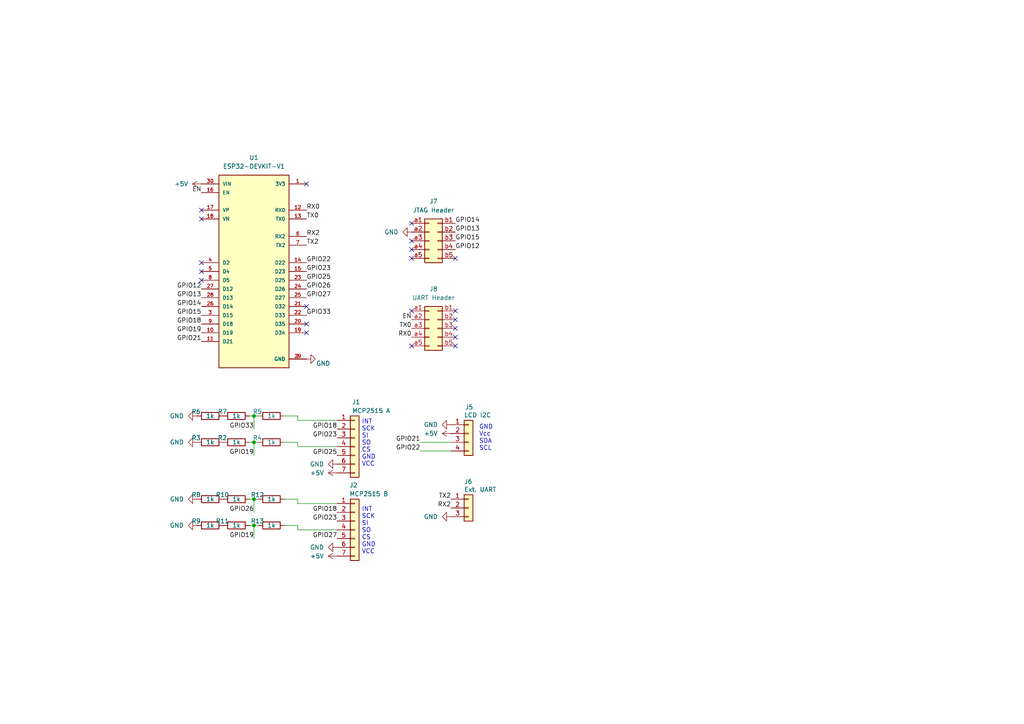
<source format=kicad_sch>
(kicad_sch (version 20231120) (generator "eeschema") (generator_version "8.0")
  (paper "A4")
  (lib_symbols
    (symbol "Connector_Generic:Conn_01x03" (pin_names (offset 1.016) hide)
      (property "Reference" "J" (at 0 5.08 0))
      (property "Value" "Conn_01x03" (at 0 -5.08 0))
      (symbol "Conn_01x03_1_1"
        (rectangle (start -1.27 -2.413) (end 0 -2.667) (stroke (width 0.1524)))
        (rectangle (start -1.27 0.127) (end 0 -0.127) (stroke (width 0.1524)))
        (rectangle (start -1.27 2.667) (end 0 2.413) (stroke (width 0.1524)))
        (rectangle (start -1.27 3.81) (end 1.27 -3.81) (stroke (width 0.254)) (fill (type background)))
        (pin passive line (at -5.08 2.54 0) (length 3.81) (name "Pin_1") (number "1"))
        (pin passive line (at -5.08 0 0) (length 3.81) (name "Pin_2") (number "2"))
        (pin passive line (at -5.08 -2.54 0) (length 3.81) (name "Pin_3") (number "3"))
      )
    )
    (symbol "Connector_Generic:Conn_01x04" (pin_names (offset 1.016) hide)
      (property "Reference" "J" (at 0 5.08 0))
      (property "Value" "Conn_01x04" (at 0 -7.62 0))
      (symbol "Conn_01x04_1_1"
        (rectangle (start -1.27 -4.953) (end 0 -5.207) (stroke (width 0.1524)))
        (rectangle (start -1.27 -2.413) (end 0 -2.667) (stroke (width 0.1524)))
        (rectangle (start -1.27 0.127) (end 0 -0.127) (stroke (width 0.1524)))
        (rectangle (start -1.27 2.667) (end 0 2.413) (stroke (width 0.1524)))
        (rectangle (start -1.27 3.81) (end 1.27 -6.35) (stroke (width 0.254)) (fill (type background)))
        (pin passive line (at -5.08 2.54 0) (length 3.81) (name "Pin_1") (number "1"))
        (pin passive line (at -5.08 0 0) (length 3.81) (name "Pin_2") (number "2"))
        (pin passive line (at -5.08 -2.54 0) (length 3.81) (name "Pin_3") (number "3"))
        (pin passive line (at -5.08 -5.08 0) (length 3.81) (name "Pin_4") (number "4"))
      )
    )
    (symbol "Connector_Generic:Conn_01x07" (pin_names (offset 1.016) hide)
      (property "Reference" "J" (at 0 10.16 0))
      (property "Value" "Conn_01x07" (at 0 -10.16 0))
      (symbol "Conn_01x07_1_1"
        (rectangle (start -1.27 -7.493) (end 0 -7.747) (stroke (width 0.1524)))
        (rectangle (start -1.27 -4.953) (end 0 -5.207) (stroke (width 0.1524)))
        (rectangle (start -1.27 -2.413) (end 0 -2.667) (stroke (width 0.1524)))
        (rectangle (start -1.27 0.127) (end 0 -0.127) (stroke (width 0.1524)))
        (rectangle (start -1.27 2.667) (end 0 2.413) (stroke (width 0.1524)))
        (rectangle (start -1.27 5.207) (end 0 4.953) (stroke (width 0.1524)))
        (rectangle (start -1.27 7.747) (end 0 7.493) (stroke (width 0.1524)))
        (rectangle (start -1.27 8.89) (end 1.27 -8.89) (stroke (width 0.254)) (fill (type background)))
        (pin passive line (at -5.08 7.62 0) (length 3.81) (name "Pin_1") (number "1"))
        (pin passive line (at -5.08 5.08 0) (length 3.81) (name "Pin_2") (number "2"))
        (pin passive line (at -5.08 2.54 0) (length 3.81) (name "Pin_3") (number "3"))
        (pin passive line (at -5.08 0 0) (length 3.81) (name "Pin_4") (number "4"))
        (pin passive line (at -5.08 -2.54 0) (length 3.81) (name "Pin_5") (number "5"))
        (pin passive line (at -5.08 -5.08 0) (length 3.81) (name "Pin_6") (number "6"))
        (pin passive line (at -5.08 -7.62 0) (length 3.81) (name "Pin_7") (number "7"))
      )
    )
    (symbol "Connector_Generic:Conn_02x05_Row_Letter_First" (pin_names (offset 1.016) hide)
      (property "Reference" "J" (at 1.27 7.62 0))
      (property "Value" "Conn_02x05_Row_Letter_First" (at 1.27 -7.62 0))
      (symbol "Conn_02x05_Row_Letter_First_1_1"
        (rectangle (start -1.27 -4.953) (end 0 -5.207) (stroke (width 0.1524)))
        (rectangle (start -1.27 -2.413) (end 0 -2.667) (stroke (width 0.1524)))
        (rectangle (start -1.27 0.127) (end 0 -0.127) (stroke (width 0.1524)))
        (rectangle (start -1.27 2.667) (end 0 2.413) (stroke (width 0.1524)))
        (rectangle (start -1.27 5.207) (end 0 4.953) (stroke (width 0.1524)))
        (rectangle (start -1.27 6.35) (end 3.81 -6.35) (stroke (width 0.254)) (fill (type background)))
        (rectangle (start 3.81 -4.953) (end 2.54 -5.207) (stroke (width 0.1524)))
        (rectangle (start 3.81 -2.413) (end 2.54 -2.667) (stroke (width 0.1524)))
        (rectangle (start 3.81 0.127) (end 2.54 -0.127) (stroke (width 0.1524)))
        (rectangle (start 3.81 2.667) (end 2.54 2.413) (stroke (width 0.1524)))
        (rectangle (start 3.81 5.207) (end 2.54 4.953) (stroke (width 0.1524)))
        (pin passive line (at -5.08 5.08 0) (length 3.81) (name "Pin_a1") (number "a1"))
        (pin passive line (at -5.08 2.54 0) (length 3.81) (name "Pin_a2") (number "a2"))
        (pin passive line (at -5.08 0 0) (length 3.81) (name "Pin_a3") (number "a3"))
        (pin passive line (at -5.08 -2.54 0) (length 3.81) (name "Pin_a4") (number "a4"))
        (pin passive line (at -5.08 -5.08 0) (length 3.81) (name "Pin_a5") (number "a5"))
        (pin passive line (at 7.62 5.08 180) (length 3.81) (name "Pin_b1") (number "b1"))
        (pin passive line (at 7.62 2.54 180) (length 3.81) (name "Pin_b2") (number "b2"))
        (pin passive line (at 7.62 0 180) (length 3.81) (name "Pin_b3") (number "b3"))
        (pin passive line (at 7.62 -2.54 180) (length 3.81) (name "Pin_b4") (number "b4"))
        (pin passive line (at 7.62 -5.08 180) (length 3.81) (name "Pin_b5") (number "b5"))
      )
    )
    (symbol "Device:R" (pin_numbers hide) (pin_names (offset 0))
      (property "Reference" "R" (at 2.032 0 90))
      (property "Value" "R" (at 0 0 90))
      (symbol "R_0_1"
        (rectangle (start -1.016 -2.54) (end 1.016 2.54) (stroke (width 0.254)))
      )
      (symbol "R_1_1"
        (pin passive line (at 0 3.81 270) (length 1.27) (name "~") (number "1"))
        (pin passive line (at 0 -3.81 90) (length 1.27) (name "~") (number "2"))
      )
    )
    (symbol "ESP32-DEVKIT-V1:ESP32-DEVKIT-V1" (pin_names (offset 1.016))
      (property "Reference" "U" (at -10.16 30.48 0))
      (property "Value" "ESP32-DEVKIT-V1" (at -10.16 -30.48 0))
      (symbol "ESP32-DEVKIT-V1_0_0"
        (rectangle (start -10.16 -27.94) (end 10.16 27.94) (stroke (width 0.254)) (fill (type background)))
        (pin output line (at 15.24 25.4 180) (length 5.08) (name "3V3") (number "1"))
        (pin bidirectional line (at -15.24 -17.78 0) (length 5.08) (name "D19") (number "10"))
        (pin bidirectional line (at -15.24 -20.32 0) (length 5.08) (name "D21") (number "11"))
        (pin input line (at 15.24 17.78 180) (length 5.08) (name "RX0") (number "12"))
        (pin output line (at 15.24 15.24 180) (length 5.08) (name "TX0") (number "13"))
        (pin bidirectional line (at 15.24 2.54 180) (length 5.08) (name "D22") (number "14"))
        (pin bidirectional line (at 15.24 0 180) (length 5.08) (name "D23") (number "15"))
        (pin input line (at -15.24 22.86 0) (length 5.08) (name "EN") (number "16"))
        (pin bidirectional line (at -15.24 17.78 0) (length 5.08) (name "VP") (number "17"))
        (pin bidirectional line (at -15.24 15.24 0) (length 5.08) (name "VN") (number "18"))
        (pin bidirectional line (at 15.24 -17.78 180) (length 5.08) (name "D34") (number "19"))
        (pin power_in line (at 15.24 -25.4 180) (length 5.08) (name "GND") (number "2"))
        (pin bidirectional line (at 15.24 -15.24 180) (length 5.08) (name "D35") (number "20"))
        (pin bidirectional line (at 15.24 -10.16 180) (length 5.08) (name "D32") (number "21"))
        (pin bidirectional line (at 15.24 -12.7 180) (length 5.08) (name "D33") (number "22"))
        (pin bidirectional line (at 15.24 -2.54 180) (length 5.08) (name "D25") (number "23"))
        (pin bidirectional line (at 15.24 -5.08 180) (length 5.08) (name "D26") (number "24"))
        (pin bidirectional line (at 15.24 -7.62 180) (length 5.08) (name "D27") (number "25"))
        (pin bidirectional line (at -15.24 -10.16 0) (length 5.08) (name "D14") (number "26"))
        (pin bidirectional line (at -15.24 -5.08 0) (length 5.08) (name "D12") (number "27"))
        (pin bidirectional line (at -15.24 -7.62 0) (length 5.08) (name "D13") (number "28"))
        (pin power_in line (at 15.24 -25.4 180) (length 5.08) (name "GND") (number "29"))
        (pin bidirectional line (at -15.24 -12.7 0) (length 5.08) (name "D15") (number "3"))
        (pin input line (at -15.24 25.4 0) (length 5.08) (name "VIN") (number "30"))
        (pin bidirectional line (at -15.24 2.54 0) (length 5.08) (name "D2") (number "4"))
        (pin bidirectional line (at -15.24 0 0) (length 5.08) (name "D4") (number "5"))
        (pin input line (at 15.24 10.16 180) (length 5.08) (name "RX2") (number "6"))
        (pin output line (at 15.24 7.62 180) (length 5.08) (name "TX2") (number "7"))
        (pin bidirectional line (at -15.24 -2.54 0) (length 5.08) (name "D5") (number "8"))
        (pin bidirectional line (at -15.24 -15.24 0) (length 5.08) (name "D18") (number "9"))
      )
    )
    (symbol "power:+5V" (power) (pin_numbers hide) (pin_names (offset 0) hide)
      (property "Value" "+5V" (at 0 3.556 0))
      (symbol "+5V_0_1"
        (polyline (pts (xy -0.762 1.27) (xy 0 2.54)))
        (polyline (pts (xy 0 0) (xy 0 2.54)))
        (polyline (pts (xy 0 2.54) (xy 0.762 1.27)))
      )
      (symbol "+5V_1_1"
        (pin power_in line (at 0 0 90) (length 0) (name "~") (number "1"))
      )
    )
    (symbol "power:GND" (power) (pin_numbers hide) (pin_names (offset 0) hide)
      (property "Value" "GND" (at 0 -3.81 0))
      (symbol "GND_0_1"
        (polyline (pts (xy 0 0) (xy 0 -1.27) (xy 1.27 -1.27) (xy 0 -2.54) (xy -1.27 -1.27) (xy 0 -1.27)))
      )
      (symbol "GND_1_1"
        (pin power_in line (at 0 0 270) (length 0) (name "~") (number "1"))
      )
    )
  )
  (junction (at 73.66 120.65))
  (junction (at 73.66 152.4))
  (junction (at 73.66 128.27))
  (junction (at 73.66 144.78))
  (no_connect (at 58.42 60.96))
  (no_connect (at 132.08 97.79))
  (no_connect (at 88.9 88.9))
  (no_connect (at 58.42 63.5))
  (no_connect (at 132.08 100.33))
  (no_connect (at 119.38 69.85))
  (no_connect (at 132.08 74.93))
  (no_connect (at 58.42 81.28))
  (no_connect (at 132.08 90.17))
  (no_connect (at 119.38 64.77))
  (no_connect (at 119.38 72.39))
  (no_connect (at 58.42 76.2))
  (no_connect (at 88.9 53.34))
  (no_connect (at 88.9 93.98))
  (no_connect (at 88.9 96.52))
  (no_connect (at 119.38 74.93))
  (no_connect (at 119.38 90.17))
  (no_connect (at 132.08 92.71))
  (no_connect (at 132.08 95.25))
  (no_connect (at 58.42 78.74))
  (no_connect (at 119.38 100.33))
  (wire (pts (xy 97.79 146.05) (xy 86.36 146.05)))
  (wire (pts (xy 86.36 129.54) (xy 97.79 129.54)))
  (wire (pts (xy 72.39 144.78) (xy 73.66 144.78)))
  (wire (pts (xy 72.39 120.65) (xy 73.66 120.65)))
  (wire (pts (xy 73.66 152.4) (xy 73.66 156.21)))
  (wire (pts (xy 72.39 128.27) (xy 73.66 128.27)))
  (wire (pts (xy 82.55 128.27) (xy 86.36 128.27)))
  (wire (pts (xy 82.55 144.78) (xy 86.36 144.78)))
  (wire (pts (xy 86.36 146.05) (xy 86.36 144.78)))
  (wire (pts (xy 86.36 129.54) (xy 86.36 128.27)))
  (wire (pts (xy 82.55 120.65) (xy 86.36 120.65)))
  (wire (pts (xy 121.92 128.27) (xy 130.81 128.27)))
  (wire (pts (xy 73.66 152.4) (xy 74.93 152.4)))
  (wire (pts (xy 73.66 124.46) (xy 73.66 120.65)))
  (wire (pts (xy 73.66 120.65) (xy 74.93 120.65)))
  (wire (pts (xy 86.36 152.4) (xy 86.36 153.67)))
  (wire (pts (xy 73.66 144.78) (xy 73.66 148.59)))
  (wire (pts (xy 86.36 153.67) (xy 97.79 153.67)))
  (wire (pts (xy 72.39 152.4) (xy 73.66 152.4)))
  (wire (pts (xy 82.55 152.4) (xy 86.36 152.4)))
  (wire (pts (xy 73.66 128.27) (xy 73.66 132.08)))
  (wire (pts (xy 73.66 128.27) (xy 74.93 128.27)))
  (wire (pts (xy 121.92 130.81) (xy 130.81 130.81)))
  (wire (pts (xy 73.66 144.78) (xy 74.93 144.78)))
  (wire (pts (xy 86.36 121.92) (xy 97.79 121.92)))
  (wire (pts (xy 86.36 121.92) (xy 86.36 120.65)))
  (text "INT\nSCK\nSI\nSO\nCS\nGND\nVCC" (at 104.902 128.524 0) (effects (font (size 1.27 1.27)) (justify left)))
  (text "INT\nSCK\nSI\nSO\nCS\nGND\nVCC" (at 104.902 153.924 0) (effects (font (size 1.27 1.27)) (justify left)))
  (text "GND\nVcc\nSDA\nSCL" (at 138.938 127 0) (effects (font (size 1.27 1.27)) (justify left)))
  (label "GPIO33" (at 73.66 124.46 180))
  (label "GPIO25" (at 97.79 132.08 180))
  (label "TX0" (at 119.38 95.25 180))
  (label "TX2" (at 130.81 144.78 180))
  (label "GPIO14" (at 58.42 88.9 180))
  (label "EN" (at 119.38 92.71 180))
  (label "GPIO19" (at 73.66 156.21 180))
  (label "GPIO33" (at 88.9 91.44 0))
  (label "RX0" (at 88.9 60.96 0))
  (label "GPIO15" (at 132.08 69.85 0))
  (label "RX2" (at 88.9 68.58 0))
  (label "GPIO27" (at 97.79 156.21 180))
  (label "GPIO19" (at 73.66 132.08 180))
  (label "RX0" (at 119.38 97.79 180))
  (label "GPIO26" (at 73.66 148.59 180))
  (label "GPIO19" (at 58.42 96.52 180))
  (label "GPIO13" (at 132.08 67.31 0))
  (label "GPIO18" (at 58.42 93.98 180))
  (label "GPIO23" (at 88.9 78.74 0))
  (label "GPIO12" (at 132.08 72.39 0))
  (label "RX2" (at 130.81 147.32 180))
  (label "GPIO23" (at 97.79 127 180))
  (label "GPIO27" (at 88.9 86.36 0))
  (label "GPIO18" (at 97.79 124.46 180))
  (label "EN" (at 58.42 55.88 180))
  (label "GPIO22" (at 121.92 130.81 180))
  (label "GPIO21" (at 58.42 99.06 180))
  (label "GPIO13" (at 58.42 86.36 180))
  (label "GPIO12" (at 58.42 83.82 180))
  (label "GPIO21" (at 121.92 128.27 180))
  (label "TX0" (at 88.9 63.5 0))
  (label "GPIO18" (at 97.79 148.59 180))
  (label "GPIO15" (at 58.42 91.44 180))
  (label "GPIO26" (at 88.9 83.82 0))
  (label "GPIO23" (at 97.79 151.13 180))
  (label "GPIO14" (at 132.08 64.77 0))
  (label "GPIO25" (at 88.9 81.28 0))
  (label "GPIO22" (at 88.9 76.2 0))
  (label "TX2" (at 88.9 71.12 0))
  (symbol (lib_id "Connector_Generic:Conn_02x05_Row_Letter_First") (at 124.46 95.25 0) (unit 1)
    (property "Reference" "J8" (at 125.73 83.82 0))
    (property "Value" "UART Header" (at 125.73 86.36 0))
    (property "Description" "Generic connector, double row, 02x05, row letter first pin numbering scheme (pin number consists of a letter for the row and a number for the pin index in this row. a1, ..., aN; b1, ..., bN), script generated (kicad-library-utils/schlib/autogen/connector/)" (effects (hide yes)))
  )
  (symbol (lib_id "Device:R") (at 68.58 120.65 90) (unit 1)
    (property "Reference" "R7" (at 64.516 119.38 90))
    (property "Value" "1k" (at 68.58 120.65 90))
    (property "Description" "Resistor" (effects (hide yes)))
  )
  (symbol (lib_id "power:GND") (at 130.81 149.86 270) (unit 1)
    (property "Reference" "#PWR019" (effects (hide yes)))
    (property "Value" "GND" (at 127 149.8599 90) (effects (justify right)))
    (property "Description" "Power symbol creates a global label with name \"GND\" , ground" (effects (hide yes)))
  )
  (symbol (lib_id "Device:R") (at 78.74 144.78 90) (unit 1)
    (property "Reference" "R12" (at 74.676 143.51 90))
    (property "Value" "1k" (at 78.74 144.78 90))
    (property "Description" "Resistor" (effects (hide yes)))
  )
  (symbol (lib_id "power:+5V") (at 97.79 137.16 90) (unit 1)
    (property "Reference" "#PWR05" (effects (hide yes)))
    (property "Value" "+5V" (at 93.98 137.1599 90) (effects (justify left)))
    (property "Description" "Power symbol creates a global label with name \"+5V\"" (effects (hide yes)))
  )
  (symbol (lib_id "Connector_Generic:Conn_01x04") (at 135.89 125.73 0) (unit 1)
    (property "Reference" "J5" (at 134.874 118.11 0) (effects (justify left)))
    (property "Value" "LCD I2C" (at 134.62 120.396 0) (effects (justify left)))
    (property "Description" "Generic connector, single row, 01x04, script generated (kicad-library-utils/schlib/autogen/connector/)" (effects (hide yes)))
  )
  (symbol (lib_id "Device:R") (at 60.96 128.27 90) (unit 1)
    (property "Reference" "R3" (at 56.896 127 90))
    (property "Value" "1k" (at 60.96 128.27 90))
    (property "Description" "Resistor" (effects (hide yes)))
  )
  (symbol (lib_id "Device:R") (at 68.58 152.4 90) (unit 1)
    (property "Reference" "R11" (at 64.516 151.13 90))
    (property "Value" "1k" (at 68.58 152.4 90))
    (property "Description" "Resistor" (effects (hide yes)))
  )
  (symbol (lib_id "power:GND") (at 57.15 120.65 270) (unit 1)
    (property "Reference" "#PWR012" (effects (hide yes)))
    (property "Value" "GND" (at 53.34 120.6499 90) (effects (justify right)))
    (property "Description" "Power symbol creates a global label with name \"GND\" , ground" (effects (hide yes)))
  )
  (symbol (lib_id "Device:R") (at 60.96 120.65 90) (unit 1)
    (property "Reference" "R6" (at 56.896 119.38 90))
    (property "Value" "1k" (at 60.96 120.65 90))
    (property "Description" "Resistor" (effects (hide yes)))
  )
  (symbol (lib_id "power:GND") (at 88.9 104.14 90) (unit 1)
    (property "Reference" "#PWR01" (effects (hide yes)))
    (property "Value" "GND" (at 91.694 105.41 90) (effects (justify right)))
    (property "Description" "Power symbol creates a global label with name \"GND\" , ground" (effects (hide yes)))
  )
  (symbol (lib_id "power:GND") (at 97.79 158.75 270) (unit 1)
    (property "Reference" "#PWR02" (effects (hide yes)))
    (property "Value" "GND" (at 93.98 158.7499 90) (effects (justify right)))
    (property "Description" "Power symbol creates a global label with name \"GND\" , ground" (effects (hide yes)))
  )
  (symbol (lib_id "power:GND") (at 97.79 134.62 270) (unit 1)
    (property "Reference" "#PWR03" (effects (hide yes)))
    (property "Value" "GND" (at 93.98 134.6199 90) (effects (justify right)))
    (property "Description" "Power symbol creates a global label with name \"GND\" , ground" (effects (hide yes)))
  )
  (symbol (lib_id "ESP32-DEVKIT-V1:ESP32-DEVKIT-V1") (at 73.66 78.74 0) (unit 1)
    (property "Reference" "U1" (at 73.66 45.72 0))
    (property "Value" "ESP32-DEVKIT-V1" (at 73.66 48.26 0))
    (property "Footprint" "ESP32-DEVKIT-V1:MODULE_ESP32_DEVKIT_V1" (effects (hide yes)))
    (property "MF" "Do it" (effects (hide yes)))
    (property "MAXIMUM_PACKAGE_HEIGHT" "6.8 mm" (effects (hide yes)))
    (property "Package" "None" (effects (hide yes)))
    (property "Price" "None" (effects (hide yes)))
    (property "Check_prices" "https://www.snapeda.com/parts/ESP32-DEVKIT-V1/Do+it/view-part/?ref=eda" (effects (hide yes)))
    (property "STANDARD" "Manufacturer Recommendations" (effects (hide yes)))
    (property "PARTREV" "N/A" (effects (hide yes)))
    (property "SnapEDA_Link" "https://www.snapeda.com/parts/ESP32-DEVKIT-V1/Do+it/view-part/?ref=snap" (effects (hide yes)))
    (property "MP" "ESP32-DEVKIT-V1" (effects (hide yes)))
    (property "Description_1" "\n                        \n                            Dual core, Wi-Fi: 2.4 GHz up to 150 Mbits/s,BLE (Bluetooth Low Energy) and legacy Bluetooth, 32 bits, Up to 240 MHz\n                        \n" (effects (hide yes)))
    (property "Availability" "Not in stock" (effects (hide yes)))
    (property "MANUFACTURER" "DOIT" (effects (hide yes)))
  )
  (symbol (lib_id "Connector_Generic:Conn_02x05_Row_Letter_First") (at 124.46 69.85 0) (unit 1)
    (property "Reference" "J7" (at 125.73 58.42 0))
    (property "Value" "JTAG Header" (at 125.73 60.96 0))
    (property "Description" "Generic connector, double row, 02x05, row letter first pin numbering scheme (pin number consists of a letter for the row and a number for the pin index in this row. a1, ..., aN; b1, ..., bN), script generated (kicad-library-utils/schlib/autogen/connector/)" (effects (hide yes)))
  )
  (symbol (lib_id "power:GND") (at 130.81 123.19 270) (unit 1)
    (property "Reference" "#PWR018" (effects (hide yes)))
    (property "Value" "GND" (at 127 123.1899 90) (effects (justify right)))
    (property "Description" "Power symbol creates a global label with name \"GND\" , ground" (effects (hide yes)))
  )
  (symbol (lib_id "power:+5V") (at 97.79 161.29 90) (unit 1)
    (property "Reference" "#PWR04" (effects (hide yes)))
    (property "Value" "+5V" (at 93.98 161.2899 90) (effects (justify left)))
    (property "Description" "Power symbol creates a global label with name \"+5V\"" (effects (hide yes)))
  )
  (symbol (lib_id "Connector_Generic:Conn_01x07") (at 102.87 153.67 0) (unit 1)
    (property "Reference" "J2" (at 101.346 140.716 0) (effects (justify left)))
    (property "Value" "MCP2515 B" (at 101.346 143.256 0) (effects (justify left)))
    (property "Description" "Generic connector, single row, 01x07, script generated (kicad-library-utils/schlib/autogen/connector/)" (effects (hide yes)))
  )
  (symbol (lib_id "Device:R") (at 78.74 152.4 90) (unit 1)
    (property "Reference" "R13" (at 74.676 151.13 90))
    (property "Value" "1k" (at 78.74 152.4 90))
    (property "Description" "Resistor" (effects (hide yes)))
  )
  (symbol (lib_id "Device:R") (at 60.96 144.78 90) (unit 1)
    (property "Reference" "R8" (at 56.896 143.51 90))
    (property "Value" "1k" (at 60.96 144.78 90))
    (property "Description" "Resistor" (effects (hide yes)))
  )
  (symbol (lib_id "power:GND") (at 119.38 67.31 270) (unit 1)
    (property "Reference" "#PWR016" (effects (hide yes)))
    (property "Value" "GND" (at 115.57 67.3099 90) (effects (justify right)))
    (property "Description" "Power symbol creates a global label with name \"GND\" , ground" (effects (hide yes)))
  )
  (symbol (lib_id "power:+5V") (at 130.81 125.73 90) (unit 1)
    (property "Reference" "#PWR017" (effects (hide yes)))
    (property "Value" "+5V" (at 127 125.7299 90) (effects (justify left)))
    (property "Description" "Power symbol creates a global label with name \"+5V\"" (effects (hide yes)))
  )
  (symbol (lib_id "power:GND") (at 57.15 144.78 270) (unit 1)
    (property "Reference" "#PWR014" (effects (hide yes)))
    (property "Value" "GND" (at 53.34 144.7799 90) (effects (justify right)))
    (property "Description" "Power symbol creates a global label with name \"GND\" , ground" (effects (hide yes)))
  )
  (symbol (lib_id "Device:R") (at 78.74 120.65 90) (unit 1)
    (property "Reference" "R5" (at 74.676 119.38 90))
    (property "Value" "1k" (at 78.74 120.65 90))
    (property "Description" "Resistor" (effects (hide yes)))
  )
  (symbol (lib_id "Device:R") (at 78.74 128.27 90) (unit 1)
    (property "Reference" "R4" (at 74.676 127 90))
    (property "Value" "1k" (at 78.74 128.27 90))
    (property "Description" "Resistor" (effects (hide yes)))
  )
  (symbol (lib_id "Connector_Generic:Conn_01x03") (at 135.89 147.32 0) (unit 1)
    (property "Reference" "J6" (at 134.62 139.7 0) (effects (justify left)))
    (property "Value" "Ext. UART" (at 134.62 141.986 0) (effects (justify left)))
    (property "Description" "Generic connector, single row, 01x03, script generated (kicad-library-utils/schlib/autogen/connector/)" (effects (hide yes)))
  )
  (symbol (lib_id "power:+5V") (at 58.42 53.34 90) (unit 1)
    (property "Reference" "#PWR011" (effects (hide yes)))
    (property "Value" "+5V" (at 54.61 53.3399 90) (effects (justify left)))
    (property "Description" "Power symbol creates a global label with name \"+5V\"" (effects (hide yes)))
  )
  (symbol (lib_id "Device:R") (at 68.58 128.27 90) (unit 1)
    (property "Reference" "R2" (at 64.516 127 90))
    (property "Value" "1k" (at 68.58 128.27 90))
    (property "Description" "Resistor" (effects (hide yes)))
  )
  (symbol (lib_id "Device:R") (at 68.58 144.78 90) (unit 1)
    (property "Reference" "R10" (at 64.516 143.51 90))
    (property "Value" "1k" (at 68.58 144.78 90))
    (property "Description" "Resistor" (effects (hide yes)))
  )
  (symbol (lib_id "power:GND") (at 57.15 152.4 270) (unit 1)
    (property "Reference" "#PWR015" (effects (hide yes)))
    (property "Value" "GND" (at 53.34 152.3999 90) (effects (justify right)))
    (property "Description" "Power symbol creates a global label with name \"GND\" , ground" (effects (hide yes)))
  )
  (symbol (lib_id "Device:R") (at 60.96 152.4 90) (unit 1)
    (property "Reference" "R9" (at 56.896 151.13 90))
    (property "Value" "1k" (at 60.96 152.4 90))
    (property "Description" "Resistor" (effects (hide yes)))
  )
  (symbol (lib_id "Connector_Generic:Conn_01x07") (at 102.87 129.54 0) (unit 1)
    (property "Reference" "J1" (at 102.108 116.586 0) (effects (justify left)))
    (property "Value" "MCP2515 A" (at 102.108 119.126 0) (effects (justify left)))
    (property "Description" "Generic connector, single row, 01x07, script generated (kicad-library-utils/schlib/autogen/connector/)" (effects (hide yes)))
  )
  (symbol (lib_id "power:GND") (at 57.15 128.27 270) (unit 1)
    (property "Reference" "#PWR013" (effects (hide yes)))
    (property "Value" "GND" (at 53.34 128.2699 90) (effects (justify right)))
    (property "Description" "Power symbol creates a global label with name \"GND\" , ground" (effects (hide yes)))
  )
)
</source>
